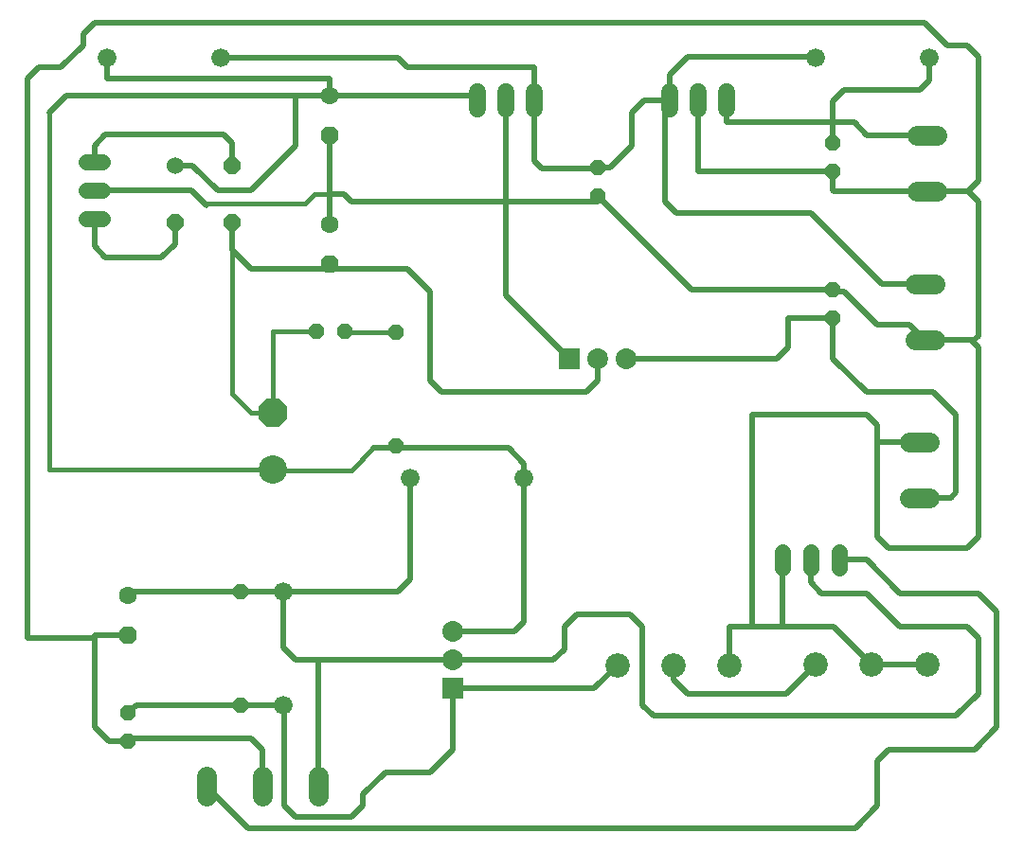
<source format=gbr>
G04 EAGLE Gerber RS-274X export*
G75*
%MOMM*%
%FSLAX34Y34*%
%LPD*%
%INBottom Copper*%
%IPPOS*%
%AMOC8*
5,1,8,0,0,1.08239X$1,22.5*%
G01*
%ADD10C,1.524000*%
%ADD11P,1.649562X8X22.500000*%
%ADD12P,1.732040X8X292.500000*%
%ADD13C,1.600200*%
%ADD14P,1.429621X8X292.500000*%
%ADD15C,2.540000*%
%ADD16P,2.749271X8X112.500000*%
%ADD17C,1.676400*%
%ADD18C,1.524000*%
%ADD19P,1.429621X8X202.500000*%
%ADD20P,1.429621X8X112.500000*%
%ADD21C,2.184400*%
%ADD22C,1.790700*%
%ADD23R,1.860000X1.860000*%
%ADD24C,1.860000*%
%ADD25C,1.422400*%
%ADD26C,0.508000*%
%ADD27C,0.406400*%


D10*
X172100Y782300D03*
D11*
X222900Y782300D03*
X222900Y731500D03*
X172100Y731500D03*
D12*
X309900Y809720D03*
D13*
X309900Y845280D03*
D12*
X309900Y694020D03*
D13*
X309900Y729580D03*
D14*
X549600Y780700D03*
X549600Y755300D03*
D15*
X259800Y510200D03*
D16*
X259800Y561000D03*
D14*
X759600Y671500D03*
X759600Y646100D03*
X759600Y802300D03*
X759600Y776900D03*
D17*
X382600Y502800D03*
X484200Y502800D03*
X268800Y299700D03*
X268800Y401300D03*
X213300Y878800D03*
X111700Y878800D03*
X846300Y878800D03*
X744700Y878800D03*
D18*
X442500Y848620D02*
X442500Y833380D01*
X467900Y833380D02*
X467900Y848620D01*
X493300Y848620D02*
X493300Y833380D01*
X613900Y833380D02*
X613900Y848620D01*
X639300Y848620D02*
X639300Y833380D01*
X664700Y833380D02*
X664700Y848620D01*
D19*
X324000Y634200D03*
X298600Y634200D03*
D14*
X369600Y632900D03*
X369600Y531300D03*
D20*
X230400Y300100D03*
X230400Y401700D03*
D21*
X567700Y335600D03*
X617700Y335600D03*
X667700Y335600D03*
X744700Y335900D03*
X794700Y335900D03*
X844700Y335900D03*
D22*
X851154Y626300D02*
X833247Y626300D01*
X833247Y676300D02*
X851154Y676300D01*
X846154Y485500D02*
X828247Y485500D01*
X828247Y535500D02*
X846154Y535500D01*
X852754Y759300D02*
X834847Y759300D01*
X834847Y809300D02*
X852754Y809300D01*
D23*
X420000Y314600D03*
D24*
X420000Y340000D03*
X420000Y365400D03*
D23*
X524600Y610000D03*
D24*
X550000Y610000D03*
X575400Y610000D03*
D25*
X765400Y437112D02*
X765400Y422888D01*
X740000Y422888D02*
X740000Y437112D01*
X714600Y437112D02*
X714600Y422888D01*
X107112Y734600D02*
X92888Y734600D01*
X92888Y760000D02*
X107112Y760000D01*
X107112Y785400D02*
X92888Y785400D01*
D14*
X130000Y292700D03*
X130000Y267300D03*
D12*
X130000Y362220D03*
D13*
X130000Y397780D03*
D22*
X200000Y236054D02*
X200000Y218147D01*
X250000Y218147D02*
X250000Y236054D01*
X300000Y236054D02*
X300000Y218147D01*
D26*
X310000Y809620D02*
X309900Y809720D01*
X310000Y809620D02*
X310000Y756900D01*
X310000Y746900D01*
X309900Y756800D02*
X309900Y729580D01*
X309900Y756800D02*
X310000Y756900D01*
X549600Y755300D02*
X633400Y671500D01*
X759600Y671500D01*
X842200Y626300D02*
X844250Y624250D01*
X687700Y560000D02*
X687700Y370000D01*
X800000Y535500D02*
X837200Y535500D01*
X760600Y370000D02*
X794700Y335900D01*
X760600Y370000D02*
X714600Y370000D01*
X687700Y370000D01*
X794700Y335900D02*
X844700Y335900D01*
X186900Y760000D02*
X100000Y760000D01*
X186900Y760000D02*
X198450Y748450D01*
X200000Y746900D01*
D27*
X198450Y748450D02*
X288450Y748450D01*
X296900Y756900D02*
X310000Y756900D01*
X296900Y756900D02*
X288450Y748450D01*
D26*
X309900Y756800D02*
X323200Y756800D01*
X330000Y750000D01*
X639300Y776900D02*
X639300Y841000D01*
X467900Y841000D02*
X467900Y750000D01*
X330000Y750000D01*
X549600Y750000D02*
X549600Y755300D01*
X549600Y750000D02*
X467900Y750000D01*
X760700Y759300D02*
X843800Y759300D01*
X759600Y760400D02*
X759600Y776900D01*
X759600Y760400D02*
X760700Y759300D01*
X759600Y776900D02*
X639300Y776900D01*
X524600Y610000D02*
X467900Y666700D01*
X467900Y750000D01*
X842200Y626300D02*
X883700Y626300D01*
X890000Y620000D01*
X890000Y450000D01*
X880000Y440000D01*
X810000Y440000D02*
X800000Y450000D01*
X800000Y535500D01*
X810000Y440000D02*
X880000Y440000D01*
X761100Y670000D02*
X759600Y671500D01*
X761100Y670000D02*
X770000Y670000D01*
X828500Y640000D02*
X842200Y626300D01*
X800000Y640000D02*
X770000Y670000D01*
X800000Y640000D02*
X828500Y640000D01*
X843800Y759300D02*
X880700Y759300D01*
X890000Y750000D01*
X890000Y630000D01*
X886300Y626300D01*
X883700Y626300D01*
X790000Y560000D02*
X687700Y560000D01*
X790000Y560000D02*
X800000Y550000D01*
X800000Y535500D01*
X130000Y267300D02*
X112700Y267300D01*
X100000Y280000D01*
X100000Y362220D01*
X250000Y260000D02*
X250000Y227100D01*
X250000Y260000D02*
X240000Y270000D01*
X132700Y270000D01*
X130000Y267300D01*
X714600Y370000D02*
X714600Y430000D01*
X667700Y370000D02*
X667700Y335600D01*
X667700Y370000D02*
X687700Y370000D01*
X130000Y362220D02*
X100000Y362220D01*
X100000Y360000D02*
X40000Y360000D01*
X40000Y860000D02*
X50000Y870000D01*
X70000Y870000D01*
X90000Y890000D01*
X90000Y900000D01*
X100000Y910000D01*
X862231Y890000D02*
X880000Y890000D01*
X890000Y880000D01*
X890000Y768600D02*
X880700Y759300D01*
X40000Y860000D02*
X40000Y360000D01*
X100000Y910000D02*
X842231Y910000D01*
X862231Y890000D01*
X890000Y880000D02*
X890000Y768600D01*
X222900Y782300D02*
X222900Y802300D01*
X215200Y810000D01*
X110000Y810000D01*
X100000Y800000D02*
X100000Y785400D01*
X100000Y800000D02*
X110000Y810000D01*
X110000Y700000D02*
X160000Y700000D01*
X172100Y712100D02*
X172100Y731500D01*
X172100Y712100D02*
X160000Y700000D01*
X110000Y700000D02*
X100000Y710000D01*
X100000Y734600D01*
X172100Y782300D02*
X187700Y782300D01*
X210000Y760000D01*
X240000Y760000D01*
X280000Y800000D01*
X280000Y845280D01*
X309900Y845280D02*
X309900Y841000D01*
X484200Y505800D02*
X484200Y502800D01*
X280000Y845280D02*
X75280Y845280D01*
X60000Y830000D01*
D27*
X60000Y510200D02*
X259800Y510200D01*
X60000Y510200D02*
X60000Y830000D01*
X369600Y531300D02*
X369600Y530000D01*
X349600Y530000D02*
X349600Y529600D01*
X330000Y510000D01*
X260000Y510000D01*
X259800Y510200D01*
D26*
X309900Y845280D02*
X438220Y845280D01*
X442500Y841000D01*
X470000Y530000D02*
X369600Y530000D01*
X349600Y530000D01*
X484200Y515800D02*
X484200Y502800D01*
X484200Y515800D02*
X470000Y530000D01*
X111700Y860000D02*
X111700Y878800D01*
X309900Y860000D02*
X309900Y845280D01*
X309900Y860000D02*
X111700Y860000D01*
X420000Y365400D02*
X475400Y365400D01*
X484200Y374200D02*
X484200Y502800D01*
X484200Y374200D02*
X475400Y365400D01*
X309900Y845280D02*
X280000Y845280D01*
X309900Y690100D02*
X309900Y690000D01*
X309900Y690100D02*
X309900Y694020D01*
X222900Y707100D02*
X222900Y731500D01*
X222900Y707100D02*
X240000Y690000D01*
X309800Y690000D01*
X309900Y690100D01*
D27*
X222900Y731500D02*
X222900Y577900D01*
X239800Y561000D02*
X259800Y561000D01*
X239800Y561000D02*
X222900Y577900D01*
X259800Y634200D02*
X298600Y634200D01*
X259800Y634200D02*
X259800Y561000D01*
D26*
X400000Y590000D02*
X410000Y580000D01*
X400000Y670000D02*
X380000Y690000D01*
X309900Y690000D01*
X400000Y670000D02*
X400000Y590000D01*
X540000Y580000D02*
X550000Y590000D01*
X550000Y610000D01*
X540000Y580000D02*
X410000Y580000D01*
X710000Y610000D02*
X720000Y620000D01*
X720000Y645700D01*
X759600Y646100D02*
X760000Y645700D01*
X710000Y610000D02*
X575400Y610000D01*
X837200Y485500D02*
X865500Y485500D01*
X870000Y490000D01*
X870000Y560000D01*
X850000Y580000D01*
X790000Y580000D01*
X760000Y610000D01*
X760000Y645700D02*
X720000Y645700D01*
X760000Y645700D02*
X760000Y610000D01*
X549600Y780700D02*
X549300Y781000D01*
X609999Y840995D02*
X613900Y841000D01*
X609999Y840995D02*
X609895Y840995D01*
X743500Y880000D02*
X744700Y878800D01*
X743500Y880000D02*
X630000Y880000D01*
X613900Y863900D01*
X613900Y841000D01*
X493300Y870000D02*
X380000Y870000D01*
X493300Y870000D02*
X493300Y841000D01*
X493300Y786700D01*
X500000Y780000D01*
X548900Y780000D01*
X549600Y780700D01*
X560700Y780700D01*
X580000Y800000D01*
X580000Y830000D01*
X591000Y841000D01*
X613900Y841000D01*
X803700Y676300D02*
X842200Y676300D01*
X609999Y750001D02*
X609999Y840995D01*
X740000Y740000D02*
X803700Y676300D01*
X740000Y740000D02*
X620000Y740000D01*
X609999Y750001D01*
X371200Y878800D02*
X213300Y878800D01*
X371200Y878800D02*
X380000Y870000D01*
X759600Y821000D02*
X759600Y802300D01*
X846300Y858800D02*
X846300Y878800D01*
X846300Y858800D02*
X837500Y850000D01*
X843800Y809300D02*
X790700Y809300D01*
X779000Y821000D02*
X759600Y821000D01*
X779000Y821000D02*
X790700Y809300D01*
X664700Y821000D02*
X664700Y841000D01*
X664700Y821000D02*
X759600Y821000D01*
X759600Y839600D01*
X770000Y850000D02*
X837500Y850000D01*
X770000Y850000D02*
X759600Y839600D01*
X744700Y335900D02*
X718800Y310000D01*
X630000Y310000D01*
X617700Y322300D01*
X617700Y335600D01*
X268400Y300100D02*
X230400Y300100D01*
X268400Y300100D02*
X268800Y299700D01*
X137400Y300100D02*
X130000Y292700D01*
X137400Y300100D02*
X230400Y300100D01*
X420000Y314600D02*
X546700Y314600D01*
X567700Y335600D01*
X270000Y298500D02*
X268800Y299700D01*
X270000Y210000D02*
X280000Y200000D01*
X330000Y200000D01*
X340000Y210000D01*
X340000Y220000D01*
X360000Y240000D01*
X420000Y260000D02*
X420000Y314600D01*
X270000Y298500D02*
X270000Y210000D01*
X360000Y240000D02*
X400000Y240000D01*
X420000Y260000D01*
X820000Y370000D02*
X880000Y370000D01*
X890000Y360000D01*
X890000Y310000D01*
X870000Y290000D01*
X600000Y290000D01*
X590000Y300000D01*
X590000Y370000D01*
X578800Y381200D01*
X387200Y502800D02*
X382600Y502800D01*
X371300Y401300D02*
X268800Y401300D01*
X382600Y412600D02*
X382600Y502800D01*
X382600Y412600D02*
X371300Y401300D01*
X420000Y340000D02*
X300000Y340000D01*
X280000Y340000D01*
X268800Y351200D02*
X268800Y401300D01*
X268800Y351200D02*
X280000Y340000D01*
X268400Y401700D02*
X230400Y401700D01*
X268400Y401700D02*
X268800Y401300D01*
X133920Y401700D02*
X130000Y397780D01*
X133920Y401700D02*
X230400Y401700D01*
X300000Y340000D02*
X300000Y227100D01*
X740000Y410000D02*
X750000Y400000D01*
X740000Y410000D02*
X740000Y430000D01*
X790000Y400000D02*
X820000Y370000D01*
X790000Y400000D02*
X750000Y400000D01*
X510000Y340000D02*
X420000Y340000D01*
X510000Y340000D02*
X520000Y350000D01*
X520000Y370000D01*
X531200Y381200D01*
X578800Y381200D01*
D27*
X369600Y632900D02*
X325300Y632900D01*
X324000Y634200D01*
D26*
X200000Y227100D02*
X237100Y190000D01*
X780000Y190000D02*
X800000Y210000D01*
X800000Y250000D01*
X810000Y260000D01*
X886538Y260000D02*
X906538Y280000D01*
X906538Y383462D01*
X790000Y430000D02*
X765400Y430000D01*
X780000Y190000D02*
X237100Y190000D01*
X810000Y260000D02*
X886538Y260000D01*
X906538Y383462D02*
X890000Y400000D01*
X820000Y400000D01*
X790000Y430000D01*
M02*

</source>
